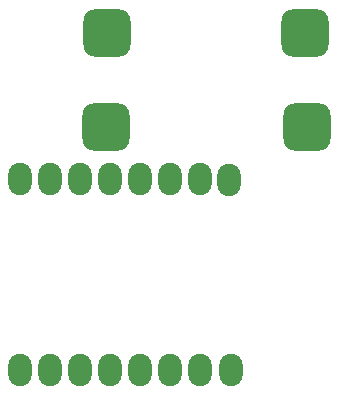
<source format=gbr>
%TF.GenerationSoftware,KiCad,Pcbnew,8.0.4*%
%TF.CreationDate,2025-02-11T21:16:31-05:00*%
%TF.ProjectId,DC_ESP32_Motor_Board_CAN,44435f45-5350-4333-925f-4d6f746f725f,rev?*%
%TF.SameCoordinates,Original*%
%TF.FileFunction,Paste,Bot*%
%TF.FilePolarity,Positive*%
%FSLAX46Y46*%
G04 Gerber Fmt 4.6, Leading zero omitted, Abs format (unit mm)*
G04 Created by KiCad (PCBNEW 8.0.4) date 2025-02-11 21:16:31*
%MOMM*%
%LPD*%
G01*
G04 APERTURE LIST*
G04 Aperture macros list*
%AMRoundRect*
0 Rectangle with rounded corners*
0 $1 Rounding radius*
0 $2 $3 $4 $5 $6 $7 $8 $9 X,Y pos of 4 corners*
0 Add a 4 corners polygon primitive as box body*
4,1,4,$2,$3,$4,$5,$6,$7,$8,$9,$2,$3,0*
0 Add four circle primitives for the rounded corners*
1,1,$1+$1,$2,$3*
1,1,$1+$1,$4,$5*
1,1,$1+$1,$6,$7*
1,1,$1+$1,$8,$9*
0 Add four rect primitives between the rounded corners*
20,1,$1+$1,$2,$3,$4,$5,0*
20,1,$1+$1,$4,$5,$6,$7,0*
20,1,$1+$1,$6,$7,$8,$9,0*
20,1,$1+$1,$8,$9,$2,$3,0*%
G04 Aperture macros list end*
%ADD10RoundRect,1.000000X1.000000X1.000000X-1.000000X1.000000X-1.000000X-1.000000X1.000000X-1.000000X0*%
%ADD11RoundRect,1.000000X-0.000010X0.375000X-0.000010X-0.375000X0.000010X-0.375000X0.000010X0.375000X0*%
G04 APERTURE END LIST*
D10*
%TO.C,VR1*%
X87579200Y-70332600D03*
X87452200Y-78333600D03*
X104470200Y-78333600D03*
X104343200Y-70332600D03*
%TD*%
D11*
%TO.C,U1*%
X80176401Y-82738900D03*
X82716400Y-82738901D03*
X85256401Y-82738900D03*
X87796401Y-82738899D03*
X90336400Y-82738900D03*
X92876400Y-82738901D03*
X95416398Y-82738899D03*
X97915400Y-82792900D03*
X98042400Y-98921900D03*
X95416401Y-98903901D03*
X92876400Y-98903900D03*
X90336402Y-98903900D03*
X87796398Y-98903900D03*
X85256400Y-98903900D03*
X82716404Y-98903901D03*
X80176400Y-98903902D03*
%TD*%
M02*

</source>
